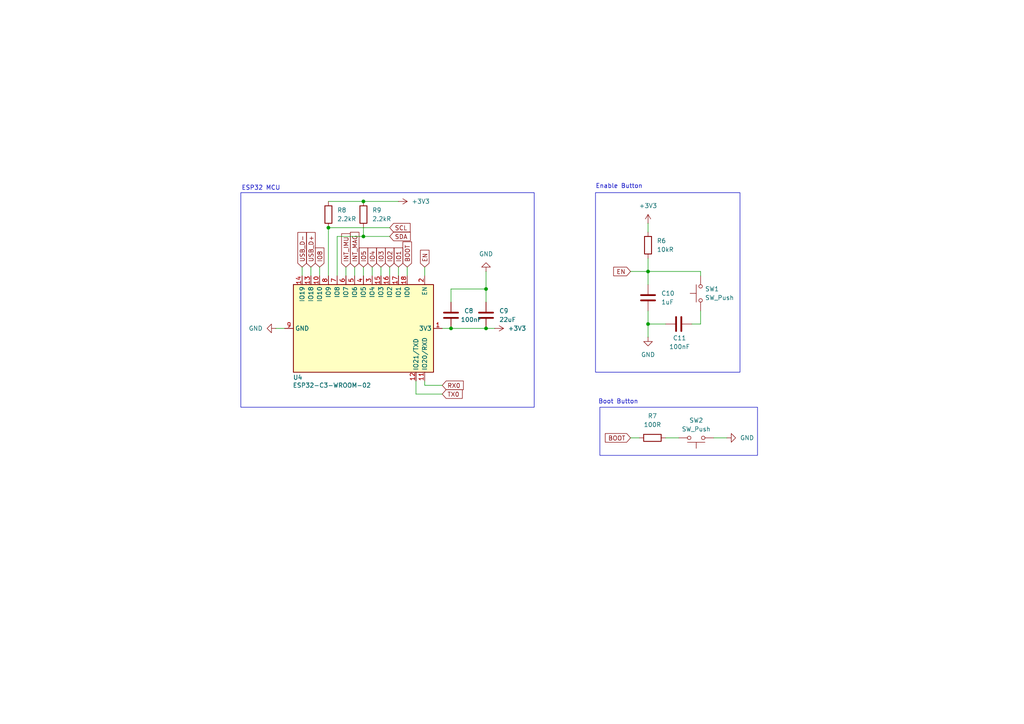
<source format=kicad_sch>
(kicad_sch (version 20250114) (generator "eeschema") (generator_version "9.0")
  (paper "A4")
  (lib_symbols
    (symbol "Device:C" (pin_numbers (hide yes)) (pin_names (offset 0.254))
      (property "Reference" "C" (at 0.635 2.54 0))
      (property "Value" "C" (at 0.635 -2.54 0))
      (symbol "C_0_1"
        (polyline (pts (xy -2.032 0.762) (xy 2.032 0.762)) (stroke (width 0.508)))
        (polyline (pts (xy -2.032 -0.762) (xy 2.032 -0.762)) (stroke (width 0.508)))
      )
      (symbol "C_1_1"
        (pin passive line (at 0 3.81 270) (length 2.794) (name "~") (number "1"))
        (pin passive line (at 0 -3.81 90) (length 2.794) (name "~") (number "2"))
      )
    )
    (symbol "Device:R" (pin_numbers (hide yes)) (pin_names (offset 0))
      (property "Reference" "R" (at 2.032 0 90))
      (property "Value" "R" (at 0 0 90))
      (symbol "R_0_1"
        (rectangle (start -1.016 -2.54) (end 1.016 2.54) (stroke (width 0.254)))
      )
      (symbol "R_1_1"
        (pin passive line (at 0 3.81 270) (length 1.27) (name "~") (number "1"))
        (pin passive line (at 0 -3.81 90) (length 1.27) (name "~") (number "2"))
      )
    )
    (symbol "RF_Module:ESP32-C3-WROOM-02"
      (property "Reference" "U" (at -12.192 21.336 0))
      (property "Value" "ESP32-C3-WROOM-02" (at 12.192 21.336 0))
      (symbol "ESP32-C3-WROOM-02_1_1"
        (rectangle (start -12.7 20.32) (end 12.7 -20.32) (stroke (width 0.254)) (fill (type background)))
        (pin input line (at -15.24 17.78 0) (length 2.54) (name "EN") (number "2"))
        (pin bidirectional line (at -15.24 12.7 0) (length 2.54) (name "IO0") (number "18"))
        (pin bidirectional line (at -15.24 10.16 0) (length 2.54) (name "IO1") (number "17"))
        (pin bidirectional line (at -15.24 7.62 0) (length 2.54) (name "IO2") (number "16"))
        (pin bidirectional line (at -15.24 5.08 0) (length 2.54) (name "IO3") (number "15"))
        (pin bidirectional line (at -15.24 2.54 0) (length 2.54) (name "IO4") (number "3"))
        (pin bidirectional line (at -15.24 0 0) (length 2.54) (name "IO5") (number "4"))
        (pin bidirectional line (at -15.24 -2.54 0) (length 2.54) (name "IO6") (number "5"))
        (pin bidirectional line (at -15.24 -5.08 0) (length 2.54) (name "IO7") (number "6"))
        (pin bidirectional line (at -15.24 -7.62 0) (length 2.54) (name "IO8") (number "7"))
        (pin bidirectional line (at -15.24 -10.16 0) (length 2.54) (name "IO9") (number "8"))
        (pin bidirectional line (at -15.24 -12.7 0) (length 2.54) (name "IO10") (number "10"))
        (pin bidirectional line (at -15.24 -15.24 0) (length 2.54) (name "IO18") (number "13"))
        (pin bidirectional line (at -15.24 -17.78 0) (length 2.54) (name "IO19") (number "14"))
        (pin power_in line (at 0 22.86 270) (length 2.54) (name "3V3") (number "1"))
        (pin passive line (at 0 -22.86 90) (length 2.54) (hide yes) (name "GND") (number "19"))
        (pin power_in line (at 0 -22.86 90) (length 2.54) (name "GND") (number "9"))
        (pin bidirectional line (at 15.24 17.78 180) (length 2.54) (name "IO20/RXD") (number "11"))
        (pin bidirectional line (at 15.24 15.24 180) (length 2.54) (name "IO21/TXD") (number "12"))
      )
    )
    (symbol "Switch:SW_Push" (pin_numbers (hide yes)) (pin_names (offset 1.016) (hide yes))
      (property "Reference" "SW" (at 1.27 2.54 0))
      (property "Value" "SW_Push" (at 0 -1.524 0))
      (symbol "SW_Push_0_1"
        (circle (center -2.032 0) (radius 0.508))
        (polyline (pts (xy 0 1.27) (xy 0 3.048)))
        (circle (center 2.032 0) (radius 0.508))
        (polyline (pts (xy 2.54 1.27) (xy -2.54 1.27)))
        (pin passive line (at -5.08 0 0) (length 2.54) (name "1") (number "1"))
        (pin passive line (at 5.08 0 180) (length 2.54) (name "2") (number "2"))
      )
    )
    (symbol "power:+3.3V" (power) (pin_numbers (hide yes)) (pin_names (offset 0) (hide yes))
      (property "Value" "+3.3V" (at 0 3.556 0))
      (symbol "+3.3V_0_1"
        (polyline (pts (xy -0.762 1.27) (xy 0 2.54)))
        (polyline (pts (xy 0 2.54) (xy 0.762 1.27)))
        (polyline (pts (xy 0 0) (xy 0 2.54)))
      )
      (symbol "+3.3V_1_1"
        (pin power_in line (at 0 0 90) (length 0) (name "~") (number "1"))
      )
    )
    (symbol "power:GND" (power) (pin_numbers (hide yes)) (pin_names (offset 0) (hide yes))
      (property "Value" "GND" (at 0 -3.81 0))
      (symbol "GND_0_1"
        (polyline (pts (xy 0 0) (xy 0 -1.27) (xy 1.27 -1.27) (xy 0 -2.54) (xy -1.27 -1.27) (xy 0 -1.27)))
      )
      (symbol "GND_1_1"
        (pin power_in line (at 0 0 270) (length 0) (name "~") (number "1"))
      )
    )
  )
  (rectangle (start 173.99 118.11) (end 219.71 132.08))
  (rectangle (start 69.85 55.88) (end 154.94 118.11))
  (rectangle (start 172.72 55.88) (end 214.63 107.95))
  (text "Boot Button" (at 179.324 116.586 0) (effects (font (size 1.27 1.27))))
  (text "ESP32 MCU" (at 75.692 54.61 0) (effects (font (size 1.27 1.27))))
  (text "Enable Button" (at 179.578 54.102 0) (effects (font (size 1.27 1.27))))
  (junction (at 130.81 95.25))
  (junction (at 187.96 78.74))
  (junction (at 105.41 68.58))
  (junction (at 140.97 83.82))
  (junction (at 95.25 66.04))
  (junction (at 187.96 93.98))
  (junction (at 140.97 95.25))
  (junction (at 105.41 58.42))
  (wire (pts (xy 105.41 68.58) (xy 113.03 68.58)))
  (wire (pts (xy 105.41 66.04) (xy 105.41 68.58)))
  (wire (pts (xy 207.01 127) (xy 210.82 127)))
  (wire (pts (xy 87.63 77.47) (xy 87.63 80.01)))
  (wire (pts (xy 140.97 83.82) (xy 140.97 87.63)))
  (wire (pts (xy 187.96 78.74) (xy 187.96 82.55)))
  (wire (pts (xy 182.88 78.74) (xy 187.96 78.74)))
  (wire (pts (xy 123.19 111.76) (xy 128.27 111.76)))
  (wire (pts (xy 187.96 78.74) (xy 203.2 78.74)))
  (wire (pts (xy 123.19 110.49) (xy 123.19 111.76)))
  (wire (pts (xy 140.97 95.25) (xy 143.51 95.25)))
  (wire (pts (xy 92.71 77.47) (xy 92.71 80.01)))
  (wire (pts (xy 95.25 66.04) (xy 113.03 66.04)))
  (wire (pts (xy 120.65 110.49) (xy 120.65 114.3)))
  (wire (pts (xy 90.17 77.47) (xy 90.17 80.01)))
  (wire (pts (xy 130.81 87.63) (xy 130.81 83.82)))
  (wire (pts (xy 203.2 78.74) (xy 203.2 80.01)))
  (wire (pts (xy 182.88 127) (xy 185.42 127)))
  (wire (pts (xy 105.41 77.47) (xy 105.41 80.01)))
  (wire (pts (xy 187.96 93.98) (xy 187.96 97.79)))
  (wire (pts (xy 187.96 93.98) (xy 193.04 93.98)))
  (wire (pts (xy 187.96 64.77) (xy 187.96 67.31)))
  (wire (pts (xy 102.87 77.47) (xy 102.87 80.01)))
  (wire (pts (xy 113.03 77.47) (xy 113.03 80.01)))
  (wire (pts (xy 110.49 77.47) (xy 110.49 80.01)))
  (wire (pts (xy 105.41 58.42) (xy 115.57 58.42)))
  (wire (pts (xy 95.25 66.04) (xy 95.25 80.01)))
  (wire (pts (xy 107.95 77.47) (xy 107.95 80.01)))
  (wire (pts (xy 100.33 77.47) (xy 100.33 80.01)))
  (wire (pts (xy 97.79 68.58) (xy 97.79 80.01)))
  (wire (pts (xy 123.19 77.47) (xy 123.19 80.01)))
  (wire (pts (xy 140.97 78.74) (xy 140.97 83.82)))
  (wire (pts (xy 95.25 58.42) (xy 105.41 58.42)))
  (wire (pts (xy 80.01 95.25) (xy 82.55 95.25)))
  (wire (pts (xy 97.79 68.58) (xy 105.41 68.58)))
  (wire (pts (xy 115.57 77.47) (xy 115.57 80.01)))
  (wire (pts (xy 118.11 77.47) (xy 118.11 80.01)))
  (wire (pts (xy 187.96 74.93) (xy 187.96 78.74)))
  (wire (pts (xy 187.96 90.17) (xy 187.96 93.98)))
  (wire (pts (xy 193.04 127) (xy 196.85 127)))
  (wire (pts (xy 130.81 83.82) (xy 140.97 83.82)))
  (wire (pts (xy 130.81 95.25) (xy 140.97 95.25)))
  (wire (pts (xy 120.65 114.3) (xy 128.27 114.3)))
  (wire (pts (xy 203.2 93.98) (xy 200.66 93.98)))
  (wire (pts (xy 203.2 90.17) (xy 203.2 93.98)))
  (wire (pts (xy 128.27 95.25) (xy 130.81 95.25)))
  (global_label "IO4" (shape input) (at 107.95 77.47 90) (property "Intersheetrefs" "${INTERSHEET_REFS}" (effects (hide yes))))
  (global_label "IO1" (shape input) (at 115.57 77.47 90) (property "Intersheetrefs" "${INTERSHEET_REFS}" (effects (hide yes))))
  (global_label "INT_MAG" (shape input) (at 102.87 77.47 90) (property "Intersheetrefs" "${INTERSHEET_REFS}" (effects (hide yes))))
  (global_label "EN" (shape input) (at 123.19 77.47 90) (property "Intersheetrefs" "${INTERSHEET_REFS}" (effects (hide yes))))
  (global_label "SDA" (shape input) (at 113.03 68.58 0) (property "Intersheetrefs" "${INTERSHEET_REFS}" (effects (hide yes))))
  (global_label "IO8" (shape input) (at 92.71 77.47 90) (property "Intersheetrefs" "${INTERSHEET_REFS}" (effects (hide yes))))
  (global_label "BOOT" (shape input) (at 118.11 77.47 90) (property "Intersheetrefs" "${INTERSHEET_REFS}" (effects (hide yes))))
  (global_label "INT_IMU" (shape input) (at 100.33 77.47 90) (property "Intersheetrefs" "${INTERSHEET_REFS}" (effects (hide yes))))
  (global_label "IO2" (shape input) (at 113.03 77.47 90) (property "Intersheetrefs" "${INTERSHEET_REFS}" (effects (hide yes))))
  (global_label "EN" (shape input) (at 182.88 78.74 180) (property "Intersheetrefs" "${INTERSHEET_REFS}" (effects (hide yes))))
  (global_label "IO3" (shape input) (at 110.49 77.47 90) (property "Intersheetrefs" "${INTERSHEET_REFS}" (effects (hide yes))))
  (global_label "BOOT" (shape input) (at 182.88 127 180) (property "Intersheetrefs" "${INTERSHEET_REFS}" (effects (hide yes))))
  (global_label "IO5" (shape input) (at 105.41 77.47 90) (property "Intersheetrefs" "${INTERSHEET_REFS}" (effects (hide yes))))
  (global_label "SCL" (shape input) (at 113.03 66.04 0) (property "Intersheetrefs" "${INTERSHEET_REFS}" (effects (hide yes))))
  (global_label "USB_D+" (shape input) (at 90.17 77.47 90) (property "Intersheetrefs" "${INTERSHEET_REFS}" (effects (hide yes))))
  (global_label "RX0" (shape input) (at 128.27 111.76 0) (property "Intersheetrefs" "${INTERSHEET_REFS}" (effects (hide yes))))
  (global_label "TX0" (shape input) (at 128.27 114.3 0) (property "Intersheetrefs" "${INTERSHEET_REFS}" (effects (hide yes))))
  (global_label "USB_D-" (shape input) (at 87.63 77.47 90) (property "Intersheetrefs" "${INTERSHEET_REFS}" (effects (hide yes))))
  (symbol (lib_id "power:+3.3V") (at 115.57 58.42 270) (unit 1)
    (property "Reference" "#PWR036" (effects (hide yes)))
    (property "Value" "+3V3" (at 119.38 58.4199 90) (effects (justify left)))
    (property "Description" "Power symbol creates a global label with name \"+3.3V\"" (effects (hide yes)))
  )
  (symbol (lib_id "Device:C") (at 130.81 91.44 0) (unit 1)
    (property "Reference" "C8" (at 134.62 90.1699 0) (effects (justify left)))
    (property "Value" "100nF" (at 133.604 92.71 0) (effects (justify left)))
    (property "Footprint" "Capacitor_SMD:C_0805_2012Metric_Pad1.18x1.45mm_HandSolder" (effects (hide yes)))
    (property "Description" "Unpolarized capacitor" (effects (hide yes)))
  )
  (symbol (lib_id "power:+3.3V") (at 187.96 64.77 0) (unit 1)
    (property "Reference" "#PWR033" (effects (hide yes)))
    (property "Value" "+3V3" (at 187.96 59.69 0))
    (property "Description" "Power symbol creates a global label with name \"+3.3V\"" (effects (hide yes)))
  )
  (symbol (lib_id "Device:R") (at 105.41 62.23 0) (unit 1)
    (property "Reference" "R9" (at 107.95 60.9599 0) (effects (justify left)))
    (property "Value" "2.2kR" (at 107.95 63.4999 0) (effects (justify left)))
    (property "Footprint" "Resistor_SMD:R_0805_2012Metric_Pad1.20x1.40mm_HandSolder" (effects (hide yes)))
    (property "Description" "Resistor" (effects (hide yes)))
  )
  (symbol (lib_id "power:GND") (at 80.01 95.25 270) (unit 1)
    (property "Reference" "#PWR031" (effects (hide yes)))
    (property "Value" "GND" (at 76.2 95.2499 90) (effects (justify right)))
    (property "Description" "Power symbol creates a global label with name \"GND\" , ground" (effects (hide yes)))
  )
  (symbol (lib_id "Switch:SW_Push") (at 203.2 85.09 90) (unit 1)
    (property "Reference" "SW1" (at 204.47 83.8199 90) (effects (justify right)))
    (property "Value" "SW_Push" (at 204.47 86.3599 90) (effects (justify right)))
    (property "Footprint" "Button_Switch_SMD:SW_Tactile_SPST_NO_Straight_CK_PTS636Sx25SMTRLFS" (effects (hide yes)))
    (property "Description" "Push button switch, generic, two pins" (effects (hide yes)))
  )
  (symbol (lib_id "Device:R") (at 95.25 62.23 0) (unit 1)
    (property "Reference" "R8" (at 97.79 60.9599 0) (effects (justify left)))
    (property "Value" "2.2kR" (at 97.79 63.4999 0) (effects (justify left)))
    (property "Footprint" "Resistor_SMD:R_0805_2012Metric_Pad1.20x1.40mm_HandSolder" (effects (hide yes)))
    (property "Description" "Resistor" (effects (hide yes)))
  )
  (symbol (lib_id "Device:R") (at 187.96 71.12 0) (unit 1)
    (property "Reference" "R6" (at 190.5 69.8499 0) (effects (justify left)))
    (property "Value" "10kR" (at 190.5 72.3899 0) (effects (justify left)))
    (property "Footprint" "Resistor_SMD:R_0805_2012Metric_Pad1.20x1.40mm_HandSolder" (effects (hide yes)))
    (property "Description" "Resistor" (effects (hide yes)))
  )
  (symbol (lib_id "Switch:SW_Push") (at 201.93 127 180) (unit 1)
    (property "Reference" "SW2" (at 201.93 121.92 0))
    (property "Value" "SW_Push" (at 201.93 124.46 0))
    (property "Footprint" "Button_Switch_SMD:SW_Tactile_SPST_NO_Straight_CK_PTS636Sx25SMTRLFS" (effects (hide yes)))
    (property "Description" "Push button switch, generic, two pins" (effects (hide yes)))
  )
  (symbol (lib_id "Device:C") (at 140.97 91.44 0) (unit 1)
    (property "Reference" "C9" (at 144.78 90.1699 0) (effects (justify left)))
    (property "Value" "22uF" (at 144.78 92.7099 0) (effects (justify left)))
    (property "Footprint" "Capacitor_SMD:C_0805_2012Metric_Pad1.18x1.45mm_HandSolder" (effects (hide yes)))
    (property "Description" "Unpolarized capacitor" (effects (hide yes)))
  )
  (symbol (lib_id "power:GND") (at 210.82 127 90) (unit 1)
    (property "Reference" "#PWR035" (effects (hide yes)))
    (property "Value" "GND" (at 214.63 126.9999 90) (effects (justify right)))
    (property "Description" "Power symbol creates a global label with name \"GND\" , ground" (effects (hide yes)))
  )
  (symbol (lib_id "Device:C") (at 187.96 86.36 0) (unit 1)
    (property "Reference" "C10" (at 191.77 85.0899 0) (effects (justify left)))
    (property "Value" "1uF" (at 191.77 87.6299 0) (effects (justify left)))
    (property "Footprint" "Capacitor_SMD:C_0805_2012Metric_Pad1.18x1.45mm_HandSolder" (effects (hide yes)))
    (property "Description" "Unpolarized capacitor" (effects (hide yes)))
  )
  (symbol (lib_id "Device:R") (at 189.23 127 90) (unit 1)
    (property "Reference" "R7" (at 189.23 120.65 90))
    (property "Value" "100R" (at 189.23 123.19 90))
    (property "Footprint" "Resistor_SMD:R_0805_2012Metric_Pad1.20x1.40mm_HandSolder" (effects (hide yes)))
    (property "Description" "Resistor" (effects (hide yes)))
  )
  (symbol (lib_id "RF_Module:ESP32-C3-WROOM-02") (at 105.41 95.25 270) (unit 1)
    (property "Reference" "U4" (at 86.36 109.474 90))
    (property "Value" "ESP32-C3-WROOM-02" (at 96.266 111.76 90))
    (property "Footprint" "RF_Module:ESP32-C3-WROOM-02" (effects (hide yes)))
    (property "Datasheet" "https://www.espressif.com/sites/default/files/documentation/esp32-c3-wroom-02_datasheet_en.pdf" (effects (hide yes)))
    (property "Description" "802.11 b/g/n Wi­Fi and Bluetooth 5 module, ESP32­C3 SoC, RISC­V microprocessor, On-board antenna" (effects (hide yes)))
  )
  (symbol (lib_id "power:GND") (at 187.96 97.79 0) (unit 1)
    (property "Reference" "#PWR034" (effects (hide yes)))
    (property "Value" "GND" (at 187.96 102.87 0))
    (property "Description" "Power symbol creates a global label with name \"GND\" , ground" (effects (hide yes)))
  )
  (symbol (lib_id "power:GND") (at 140.97 78.74 180) (unit 1)
    (property "Reference" "#PWR032" (effects (hide yes)))
    (property "Value" "GND" (at 140.97 73.66 0))
    (property "Description" "Power symbol creates a global label with name \"GND\" , ground" (effects (hide yes)))
  )
  (symbol (lib_id "power:+3.3V") (at 143.51 95.25 270) (unit 1)
    (property "Reference" "#PWR030" (effects (hide yes)))
    (property "Value" "+3V3" (at 147.32 95.2499 90) (effects (justify left)))
    (property "Description" "Power symbol creates a global label with name \"+3.3V\"" (effects (hide yes)))
  )
  (symbol (lib_id "Device:C") (at 196.85 93.98 90) (mirror x) (unit 1)
    (property "Reference" "C11" (at 197.104 98.044 90))
    (property "Value" "100nF" (at 197.104 100.584 90))
    (property "Footprint" "Capacitor_SMD:C_0805_2012Metric_Pad1.18x1.45mm_HandSolder" (effects (hide yes)))
    (property "Description" "Unpolarized capacitor" (effects (hide yes)))
  )
)
</source>
